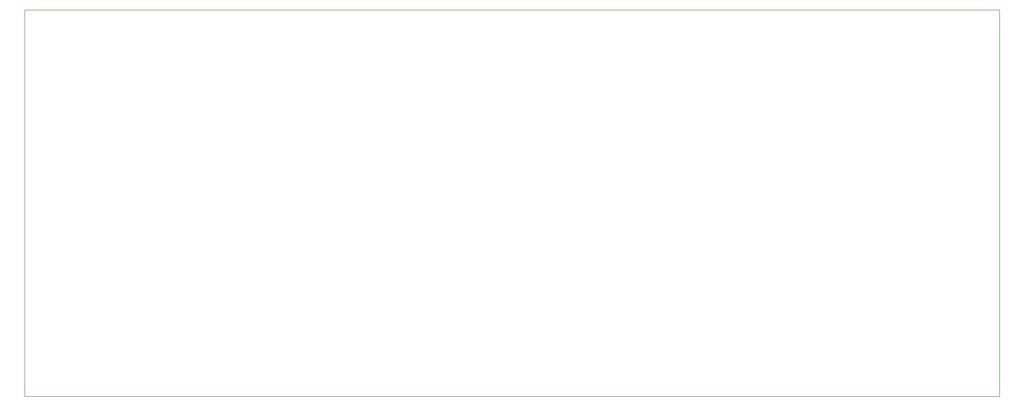
<source format=gbr>
%TF.GenerationSoftware,KiCad,Pcbnew,9.0.3*%
%TF.CreationDate,2025-08-28T14:02:26+02:00*%
%TF.ProjectId,luaos,6c75616f-732e-46b6-9963-61645f706362,rev?*%
%TF.SameCoordinates,Original*%
%TF.FileFunction,Profile,NP*%
%FSLAX46Y46*%
G04 Gerber Fmt 4.6, Leading zero omitted, Abs format (unit mm)*
G04 Created by KiCad (PCBNEW 9.0.3) date 2025-08-28 14:02:26*
%MOMM*%
%LPD*%
G01*
G04 APERTURE LIST*
%TA.AperFunction,Profile*%
%ADD10C,0.050000*%
%TD*%
G04 APERTURE END LIST*
D10*
X42000000Y-72390000D02*
X210000000Y-72390000D01*
X42000000Y-139000000D02*
X42000000Y-72390000D01*
X210000000Y-139000000D02*
X42000000Y-139000000D01*
X210000000Y-72390000D02*
X210000000Y-139000000D01*
M02*

</source>
